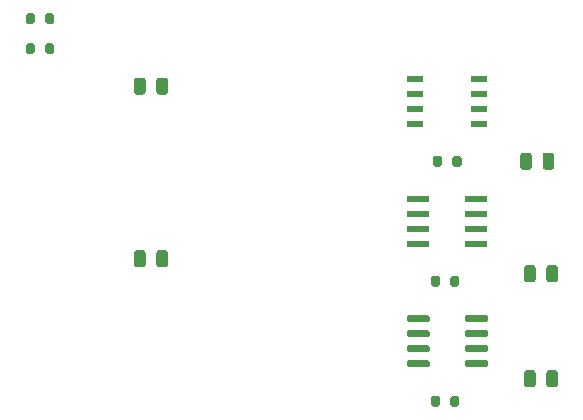
<source format=gbr>
%TF.GenerationSoftware,KiCad,Pcbnew,(5.1.10)-1*%
%TF.CreationDate,2021-07-13T13:09:18-06:00*%
%TF.ProjectId,HARDWARE,48415244-5741-4524-952e-6b696361645f,rev?*%
%TF.SameCoordinates,Original*%
%TF.FileFunction,Paste,Top*%
%TF.FilePolarity,Positive*%
%FSLAX46Y46*%
G04 Gerber Fmt 4.6, Leading zero omitted, Abs format (unit mm)*
G04 Created by KiCad (PCBNEW (5.1.10)-1) date 2021-07-13 13:09:18*
%MOMM*%
%LPD*%
G01*
G04 APERTURE LIST*
%ADD10R,1.460500X0.533400*%
%ADD11R,1.970000X0.600000*%
G04 APERTURE END LIST*
%TO.C,R1*%
G36*
G01*
X74505000Y-60685000D02*
X74505000Y-61235000D01*
G75*
G02*
X74305000Y-61435000I-200000J0D01*
G01*
X73905000Y-61435000D01*
G75*
G02*
X73705000Y-61235000I0J200000D01*
G01*
X73705000Y-60685000D01*
G75*
G02*
X73905000Y-60485000I200000J0D01*
G01*
X74305000Y-60485000D01*
G75*
G02*
X74505000Y-60685000I0J-200000D01*
G01*
G37*
G36*
G01*
X76155000Y-60685000D02*
X76155000Y-61235000D01*
G75*
G02*
X75955000Y-61435000I-200000J0D01*
G01*
X75555000Y-61435000D01*
G75*
G02*
X75355000Y-61235000I0J200000D01*
G01*
X75355000Y-60685000D01*
G75*
G02*
X75555000Y-60485000I200000J0D01*
G01*
X75955000Y-60485000D01*
G75*
G02*
X76155000Y-60685000I0J-200000D01*
G01*
G37*
%TD*%
D10*
%TO.C,U1*%
X77654150Y-53975000D03*
X77654150Y-55245000D03*
X77654150Y-56515000D03*
X77654150Y-57785000D03*
X72205850Y-57785000D03*
X72205850Y-56515000D03*
X72205850Y-55245000D03*
X72205850Y-53975000D03*
%TD*%
%TO.C,R4*%
G36*
G01*
X74315000Y-81005000D02*
X74315000Y-81555000D01*
G75*
G02*
X74115000Y-81755000I-200000J0D01*
G01*
X73715000Y-81755000D01*
G75*
G02*
X73515000Y-81555000I0J200000D01*
G01*
X73515000Y-81005000D01*
G75*
G02*
X73715000Y-80805000I200000J0D01*
G01*
X74115000Y-80805000D01*
G75*
G02*
X74315000Y-81005000I0J-200000D01*
G01*
G37*
G36*
G01*
X75965000Y-81005000D02*
X75965000Y-81555000D01*
G75*
G02*
X75765000Y-81755000I-200000J0D01*
G01*
X75365000Y-81755000D01*
G75*
G02*
X75165000Y-81555000I0J200000D01*
G01*
X75165000Y-81005000D01*
G75*
G02*
X75365000Y-80805000I200000J0D01*
G01*
X75765000Y-80805000D01*
G75*
G02*
X75965000Y-81005000I0J-200000D01*
G01*
G37*
%TD*%
%TO.C,U5*%
G36*
G01*
X76430000Y-74445000D02*
X76430000Y-74145000D01*
G75*
G02*
X76580000Y-73995000I150000J0D01*
G01*
X78230000Y-73995000D01*
G75*
G02*
X78380000Y-74145000I0J-150000D01*
G01*
X78380000Y-74445000D01*
G75*
G02*
X78230000Y-74595000I-150000J0D01*
G01*
X76580000Y-74595000D01*
G75*
G02*
X76430000Y-74445000I0J150000D01*
G01*
G37*
G36*
G01*
X76430000Y-75715000D02*
X76430000Y-75415000D01*
G75*
G02*
X76580000Y-75265000I150000J0D01*
G01*
X78230000Y-75265000D01*
G75*
G02*
X78380000Y-75415000I0J-150000D01*
G01*
X78380000Y-75715000D01*
G75*
G02*
X78230000Y-75865000I-150000J0D01*
G01*
X76580000Y-75865000D01*
G75*
G02*
X76430000Y-75715000I0J150000D01*
G01*
G37*
G36*
G01*
X76430000Y-76985000D02*
X76430000Y-76685000D01*
G75*
G02*
X76580000Y-76535000I150000J0D01*
G01*
X78230000Y-76535000D01*
G75*
G02*
X78380000Y-76685000I0J-150000D01*
G01*
X78380000Y-76985000D01*
G75*
G02*
X78230000Y-77135000I-150000J0D01*
G01*
X76580000Y-77135000D01*
G75*
G02*
X76430000Y-76985000I0J150000D01*
G01*
G37*
G36*
G01*
X76430000Y-78255000D02*
X76430000Y-77955000D01*
G75*
G02*
X76580000Y-77805000I150000J0D01*
G01*
X78230000Y-77805000D01*
G75*
G02*
X78380000Y-77955000I0J-150000D01*
G01*
X78380000Y-78255000D01*
G75*
G02*
X78230000Y-78405000I-150000J0D01*
G01*
X76580000Y-78405000D01*
G75*
G02*
X76430000Y-78255000I0J150000D01*
G01*
G37*
G36*
G01*
X71480000Y-78255000D02*
X71480000Y-77955000D01*
G75*
G02*
X71630000Y-77805000I150000J0D01*
G01*
X73280000Y-77805000D01*
G75*
G02*
X73430000Y-77955000I0J-150000D01*
G01*
X73430000Y-78255000D01*
G75*
G02*
X73280000Y-78405000I-150000J0D01*
G01*
X71630000Y-78405000D01*
G75*
G02*
X71480000Y-78255000I0J150000D01*
G01*
G37*
G36*
G01*
X71480000Y-76985000D02*
X71480000Y-76685000D01*
G75*
G02*
X71630000Y-76535000I150000J0D01*
G01*
X73280000Y-76535000D01*
G75*
G02*
X73430000Y-76685000I0J-150000D01*
G01*
X73430000Y-76985000D01*
G75*
G02*
X73280000Y-77135000I-150000J0D01*
G01*
X71630000Y-77135000D01*
G75*
G02*
X71480000Y-76985000I0J150000D01*
G01*
G37*
G36*
G01*
X71480000Y-75715000D02*
X71480000Y-75415000D01*
G75*
G02*
X71630000Y-75265000I150000J0D01*
G01*
X73280000Y-75265000D01*
G75*
G02*
X73430000Y-75415000I0J-150000D01*
G01*
X73430000Y-75715000D01*
G75*
G02*
X73280000Y-75865000I-150000J0D01*
G01*
X71630000Y-75865000D01*
G75*
G02*
X71480000Y-75715000I0J150000D01*
G01*
G37*
G36*
G01*
X71480000Y-74445000D02*
X71480000Y-74145000D01*
G75*
G02*
X71630000Y-73995000I150000J0D01*
G01*
X73280000Y-73995000D01*
G75*
G02*
X73430000Y-74145000I0J-150000D01*
G01*
X73430000Y-74445000D01*
G75*
G02*
X73280000Y-74595000I-150000J0D01*
G01*
X71630000Y-74595000D01*
G75*
G02*
X71480000Y-74445000I0J150000D01*
G01*
G37*
%TD*%
D11*
%TO.C,U2*%
X77400000Y-64135000D03*
X77400000Y-65405000D03*
X77400000Y-66675000D03*
X77400000Y-67945000D03*
X72460000Y-67945000D03*
X72460000Y-66675000D03*
X72460000Y-65405000D03*
X72460000Y-64135000D03*
%TD*%
%TO.C,R3*%
G36*
G01*
X40025000Y-48620000D02*
X40025000Y-49170000D01*
G75*
G02*
X39825000Y-49370000I-200000J0D01*
G01*
X39425000Y-49370000D01*
G75*
G02*
X39225000Y-49170000I0J200000D01*
G01*
X39225000Y-48620000D01*
G75*
G02*
X39425000Y-48420000I200000J0D01*
G01*
X39825000Y-48420000D01*
G75*
G02*
X40025000Y-48620000I0J-200000D01*
G01*
G37*
G36*
G01*
X41675000Y-48620000D02*
X41675000Y-49170000D01*
G75*
G02*
X41475000Y-49370000I-200000J0D01*
G01*
X41075000Y-49370000D01*
G75*
G02*
X40875000Y-49170000I0J200000D01*
G01*
X40875000Y-48620000D01*
G75*
G02*
X41075000Y-48420000I200000J0D01*
G01*
X41475000Y-48420000D01*
G75*
G02*
X41675000Y-48620000I0J-200000D01*
G01*
G37*
%TD*%
%TO.C,R2*%
G36*
G01*
X75165000Y-71395000D02*
X75165000Y-70845000D01*
G75*
G02*
X75365000Y-70645000I200000J0D01*
G01*
X75765000Y-70645000D01*
G75*
G02*
X75965000Y-70845000I0J-200000D01*
G01*
X75965000Y-71395000D01*
G75*
G02*
X75765000Y-71595000I-200000J0D01*
G01*
X75365000Y-71595000D01*
G75*
G02*
X75165000Y-71395000I0J200000D01*
G01*
G37*
G36*
G01*
X73515000Y-71395000D02*
X73515000Y-70845000D01*
G75*
G02*
X73715000Y-70645000I200000J0D01*
G01*
X74115000Y-70645000D01*
G75*
G02*
X74315000Y-70845000I0J-200000D01*
G01*
X74315000Y-71395000D01*
G75*
G02*
X74115000Y-71595000I-200000J0D01*
G01*
X73715000Y-71595000D01*
G75*
G02*
X73515000Y-71395000I0J200000D01*
G01*
G37*
%TD*%
%TO.C,D1*%
G36*
G01*
X40875000Y-51710000D02*
X40875000Y-51160000D01*
G75*
G02*
X41075000Y-50960000I200000J0D01*
G01*
X41475000Y-50960000D01*
G75*
G02*
X41675000Y-51160000I0J-200000D01*
G01*
X41675000Y-51710000D01*
G75*
G02*
X41475000Y-51910000I-200000J0D01*
G01*
X41075000Y-51910000D01*
G75*
G02*
X40875000Y-51710000I0J200000D01*
G01*
G37*
G36*
G01*
X39225000Y-51710000D02*
X39225000Y-51160000D01*
G75*
G02*
X39425000Y-50960000I200000J0D01*
G01*
X39825000Y-50960000D01*
G75*
G02*
X40025000Y-51160000I0J-200000D01*
G01*
X40025000Y-51710000D01*
G75*
G02*
X39825000Y-51910000I-200000J0D01*
G01*
X39425000Y-51910000D01*
G75*
G02*
X39225000Y-51710000I0J200000D01*
G01*
G37*
%TD*%
%TO.C,C15*%
G36*
G01*
X83320000Y-79850000D02*
X83320000Y-78900000D01*
G75*
G02*
X83570000Y-78650000I250000J0D01*
G01*
X84070000Y-78650000D01*
G75*
G02*
X84320000Y-78900000I0J-250000D01*
G01*
X84320000Y-79850000D01*
G75*
G02*
X84070000Y-80100000I-250000J0D01*
G01*
X83570000Y-80100000D01*
G75*
G02*
X83320000Y-79850000I0J250000D01*
G01*
G37*
G36*
G01*
X81420000Y-79850000D02*
X81420000Y-78900000D01*
G75*
G02*
X81670000Y-78650000I250000J0D01*
G01*
X82170000Y-78650000D01*
G75*
G02*
X82420000Y-78900000I0J-250000D01*
G01*
X82420000Y-79850000D01*
G75*
G02*
X82170000Y-80100000I-250000J0D01*
G01*
X81670000Y-80100000D01*
G75*
G02*
X81420000Y-79850000I0J250000D01*
G01*
G37*
%TD*%
%TO.C,C13*%
G36*
G01*
X83320000Y-70960000D02*
X83320000Y-70010000D01*
G75*
G02*
X83570000Y-69760000I250000J0D01*
G01*
X84070000Y-69760000D01*
G75*
G02*
X84320000Y-70010000I0J-250000D01*
G01*
X84320000Y-70960000D01*
G75*
G02*
X84070000Y-71210000I-250000J0D01*
G01*
X83570000Y-71210000D01*
G75*
G02*
X83320000Y-70960000I0J250000D01*
G01*
G37*
G36*
G01*
X81420000Y-70960000D02*
X81420000Y-70010000D01*
G75*
G02*
X81670000Y-69760000I250000J0D01*
G01*
X82170000Y-69760000D01*
G75*
G02*
X82420000Y-70010000I0J-250000D01*
G01*
X82420000Y-70960000D01*
G75*
G02*
X82170000Y-71210000I-250000J0D01*
G01*
X81670000Y-71210000D01*
G75*
G02*
X81420000Y-70960000I0J250000D01*
G01*
G37*
%TD*%
%TO.C,C12*%
G36*
G01*
X83000000Y-61435000D02*
X83000000Y-60485000D01*
G75*
G02*
X83250000Y-60235000I250000J0D01*
G01*
X83750000Y-60235000D01*
G75*
G02*
X84000000Y-60485000I0J-250000D01*
G01*
X84000000Y-61435000D01*
G75*
G02*
X83750000Y-61685000I-250000J0D01*
G01*
X83250000Y-61685000D01*
G75*
G02*
X83000000Y-61435000I0J250000D01*
G01*
G37*
G36*
G01*
X81100000Y-61435000D02*
X81100000Y-60485000D01*
G75*
G02*
X81350000Y-60235000I250000J0D01*
G01*
X81850000Y-60235000D01*
G75*
G02*
X82100000Y-60485000I0J-250000D01*
G01*
X82100000Y-61435000D01*
G75*
G02*
X81850000Y-61685000I-250000J0D01*
G01*
X81350000Y-61685000D01*
G75*
G02*
X81100000Y-61435000I0J250000D01*
G01*
G37*
%TD*%
%TO.C,C11*%
G36*
G01*
X49400000Y-54135000D02*
X49400000Y-55085000D01*
G75*
G02*
X49150000Y-55335000I-250000J0D01*
G01*
X48650000Y-55335000D01*
G75*
G02*
X48400000Y-55085000I0J250000D01*
G01*
X48400000Y-54135000D01*
G75*
G02*
X48650000Y-53885000I250000J0D01*
G01*
X49150000Y-53885000D01*
G75*
G02*
X49400000Y-54135000I0J-250000D01*
G01*
G37*
G36*
G01*
X51300000Y-54135000D02*
X51300000Y-55085000D01*
G75*
G02*
X51050000Y-55335000I-250000J0D01*
G01*
X50550000Y-55335000D01*
G75*
G02*
X50300000Y-55085000I0J250000D01*
G01*
X50300000Y-54135000D01*
G75*
G02*
X50550000Y-53885000I250000J0D01*
G01*
X51050000Y-53885000D01*
G75*
G02*
X51300000Y-54135000I0J-250000D01*
G01*
G37*
%TD*%
%TO.C,C10*%
G36*
G01*
X49400000Y-68740000D02*
X49400000Y-69690000D01*
G75*
G02*
X49150000Y-69940000I-250000J0D01*
G01*
X48650000Y-69940000D01*
G75*
G02*
X48400000Y-69690000I0J250000D01*
G01*
X48400000Y-68740000D01*
G75*
G02*
X48650000Y-68490000I250000J0D01*
G01*
X49150000Y-68490000D01*
G75*
G02*
X49400000Y-68740000I0J-250000D01*
G01*
G37*
G36*
G01*
X51300000Y-68740000D02*
X51300000Y-69690000D01*
G75*
G02*
X51050000Y-69940000I-250000J0D01*
G01*
X50550000Y-69940000D01*
G75*
G02*
X50300000Y-69690000I0J250000D01*
G01*
X50300000Y-68740000D01*
G75*
G02*
X50550000Y-68490000I250000J0D01*
G01*
X51050000Y-68490000D01*
G75*
G02*
X51300000Y-68740000I0J-250000D01*
G01*
G37*
%TD*%
M02*

</source>
